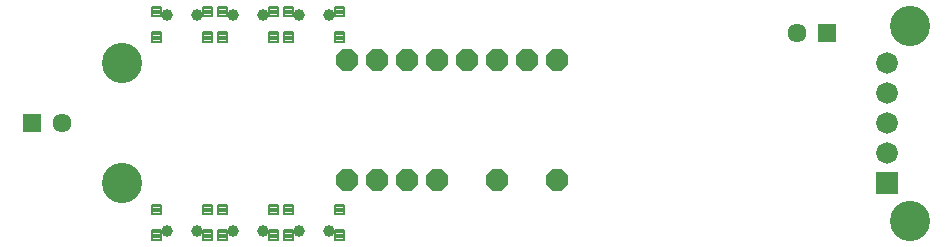
<source format=gbs>
G75*
G70*
%OFA0B0*%
%FSLAX24Y24*%
%IPPOS*%
%LPD*%
%AMOC8*
5,1,8,0,0,1.08239X$1,22.5*
%
%ADD10C,0.1340*%
%ADD11R,0.0635X0.0635*%
%ADD12C,0.0635*%
%ADD13R,0.0720X0.0720*%
%ADD14C,0.0720*%
%ADD15OC8,0.0714*%
%ADD16C,0.0083*%
%ADD17C,0.0395*%
D10*
X004161Y002282D03*
X004161Y006282D03*
X030411Y007532D03*
X030411Y001032D03*
D11*
X027661Y007282D03*
X001161Y004282D03*
D12*
X002161Y004282D03*
X026661Y007282D03*
D13*
X029661Y002282D03*
D14*
X029661Y003282D03*
X029661Y004282D03*
X029661Y005282D03*
X029661Y006282D03*
D15*
X018661Y006382D03*
X017661Y006382D03*
X016661Y006382D03*
X015661Y006382D03*
X014661Y006382D03*
X013661Y006382D03*
X012661Y006382D03*
X011661Y006382D03*
X011661Y002382D03*
X012661Y002382D03*
X013661Y002382D03*
X014661Y002382D03*
X016661Y002382D03*
X018661Y002382D03*
D16*
X005469Y000705D02*
X005157Y000705D01*
X005469Y000705D02*
X005469Y000393D01*
X005157Y000393D01*
X005157Y000705D01*
X005157Y000475D02*
X005469Y000475D01*
X005469Y000557D02*
X005157Y000557D01*
X005157Y000639D02*
X005469Y000639D01*
X006853Y000705D02*
X007165Y000705D01*
X007165Y000393D01*
X006853Y000393D01*
X006853Y000705D01*
X006853Y000475D02*
X007165Y000475D01*
X007165Y000557D02*
X006853Y000557D01*
X006853Y000639D02*
X007165Y000639D01*
X007357Y000705D02*
X007669Y000705D01*
X007669Y000393D01*
X007357Y000393D01*
X007357Y000705D01*
X007357Y000475D02*
X007669Y000475D01*
X007669Y000557D02*
X007357Y000557D01*
X007357Y000639D02*
X007669Y000639D01*
X009053Y000705D02*
X009365Y000705D01*
X009365Y000393D01*
X009053Y000393D01*
X009053Y000705D01*
X009053Y000475D02*
X009365Y000475D01*
X009365Y000557D02*
X009053Y000557D01*
X009053Y000639D02*
X009365Y000639D01*
X009557Y000705D02*
X009869Y000705D01*
X009869Y000393D01*
X009557Y000393D01*
X009557Y000705D01*
X009557Y000475D02*
X009869Y000475D01*
X009869Y000557D02*
X009557Y000557D01*
X009557Y000639D02*
X009869Y000639D01*
X011253Y000705D02*
X011565Y000705D01*
X011565Y000393D01*
X011253Y000393D01*
X011253Y000705D01*
X011253Y000475D02*
X011565Y000475D01*
X011565Y000557D02*
X011253Y000557D01*
X011253Y000639D02*
X011565Y000639D01*
X011565Y001571D02*
X011253Y001571D01*
X011565Y001571D02*
X011565Y001259D01*
X011253Y001259D01*
X011253Y001571D01*
X011253Y001341D02*
X011565Y001341D01*
X011565Y001423D02*
X011253Y001423D01*
X011253Y001505D02*
X011565Y001505D01*
X009869Y001571D02*
X009557Y001571D01*
X009869Y001571D02*
X009869Y001259D01*
X009557Y001259D01*
X009557Y001571D01*
X009557Y001341D02*
X009869Y001341D01*
X009869Y001423D02*
X009557Y001423D01*
X009557Y001505D02*
X009869Y001505D01*
X009365Y001571D02*
X009053Y001571D01*
X009365Y001571D02*
X009365Y001259D01*
X009053Y001259D01*
X009053Y001571D01*
X009053Y001341D02*
X009365Y001341D01*
X009365Y001423D02*
X009053Y001423D01*
X009053Y001505D02*
X009365Y001505D01*
X007669Y001571D02*
X007357Y001571D01*
X007669Y001571D02*
X007669Y001259D01*
X007357Y001259D01*
X007357Y001571D01*
X007357Y001341D02*
X007669Y001341D01*
X007669Y001423D02*
X007357Y001423D01*
X007357Y001505D02*
X007669Y001505D01*
X007165Y001571D02*
X006853Y001571D01*
X007165Y001571D02*
X007165Y001259D01*
X006853Y001259D01*
X006853Y001571D01*
X006853Y001341D02*
X007165Y001341D01*
X007165Y001423D02*
X006853Y001423D01*
X006853Y001505D02*
X007165Y001505D01*
X005469Y001571D02*
X005157Y001571D01*
X005469Y001571D02*
X005469Y001259D01*
X005157Y001259D01*
X005157Y001571D01*
X005157Y001341D02*
X005469Y001341D01*
X005469Y001423D02*
X005157Y001423D01*
X005157Y001505D02*
X005469Y001505D01*
X005469Y006993D02*
X005157Y006993D01*
X005157Y007305D01*
X005469Y007305D01*
X005469Y006993D01*
X005469Y007075D02*
X005157Y007075D01*
X005157Y007157D02*
X005469Y007157D01*
X005469Y007239D02*
X005157Y007239D01*
X006853Y006993D02*
X007165Y006993D01*
X006853Y006993D02*
X006853Y007305D01*
X007165Y007305D01*
X007165Y006993D01*
X007165Y007075D02*
X006853Y007075D01*
X006853Y007157D02*
X007165Y007157D01*
X007165Y007239D02*
X006853Y007239D01*
X007357Y006993D02*
X007669Y006993D01*
X007357Y006993D02*
X007357Y007305D01*
X007669Y007305D01*
X007669Y006993D01*
X007669Y007075D02*
X007357Y007075D01*
X007357Y007157D02*
X007669Y007157D01*
X007669Y007239D02*
X007357Y007239D01*
X009053Y006993D02*
X009365Y006993D01*
X009053Y006993D02*
X009053Y007305D01*
X009365Y007305D01*
X009365Y006993D01*
X009365Y007075D02*
X009053Y007075D01*
X009053Y007157D02*
X009365Y007157D01*
X009365Y007239D02*
X009053Y007239D01*
X009557Y006993D02*
X009869Y006993D01*
X009557Y006993D02*
X009557Y007305D01*
X009869Y007305D01*
X009869Y006993D01*
X009869Y007075D02*
X009557Y007075D01*
X009557Y007157D02*
X009869Y007157D01*
X009869Y007239D02*
X009557Y007239D01*
X011253Y006993D02*
X011565Y006993D01*
X011253Y006993D02*
X011253Y007305D01*
X011565Y007305D01*
X011565Y006993D01*
X011565Y007075D02*
X011253Y007075D01*
X011253Y007157D02*
X011565Y007157D01*
X011565Y007239D02*
X011253Y007239D01*
X011253Y007859D02*
X011565Y007859D01*
X011253Y007859D02*
X011253Y008171D01*
X011565Y008171D01*
X011565Y007859D01*
X011565Y007941D02*
X011253Y007941D01*
X011253Y008023D02*
X011565Y008023D01*
X011565Y008105D02*
X011253Y008105D01*
X009869Y007859D02*
X009557Y007859D01*
X009557Y008171D01*
X009869Y008171D01*
X009869Y007859D01*
X009869Y007941D02*
X009557Y007941D01*
X009557Y008023D02*
X009869Y008023D01*
X009869Y008105D02*
X009557Y008105D01*
X009365Y007859D02*
X009053Y007859D01*
X009053Y008171D01*
X009365Y008171D01*
X009365Y007859D01*
X009365Y007941D02*
X009053Y007941D01*
X009053Y008023D02*
X009365Y008023D01*
X009365Y008105D02*
X009053Y008105D01*
X007669Y007859D02*
X007357Y007859D01*
X007357Y008171D01*
X007669Y008171D01*
X007669Y007859D01*
X007669Y007941D02*
X007357Y007941D01*
X007357Y008023D02*
X007669Y008023D01*
X007669Y008105D02*
X007357Y008105D01*
X007165Y007859D02*
X006853Y007859D01*
X006853Y008171D01*
X007165Y008171D01*
X007165Y007859D01*
X007165Y007941D02*
X006853Y007941D01*
X006853Y008023D02*
X007165Y008023D01*
X007165Y008105D02*
X006853Y008105D01*
X005469Y007859D02*
X005157Y007859D01*
X005157Y008171D01*
X005469Y008171D01*
X005469Y007859D01*
X005469Y007941D02*
X005157Y007941D01*
X005157Y008023D02*
X005469Y008023D01*
X005469Y008105D02*
X005157Y008105D01*
D17*
X005669Y007877D03*
X005669Y007877D03*
X006653Y007877D03*
X006653Y007877D03*
X007869Y007877D03*
X007869Y007877D03*
X008853Y007877D03*
X008853Y007877D03*
X010069Y007877D03*
X010069Y007877D03*
X011053Y007877D03*
X011053Y007877D03*
X011053Y000687D03*
X011053Y000687D03*
X010069Y000687D03*
X010069Y000687D03*
X008853Y000687D03*
X008853Y000687D03*
X007869Y000687D03*
X007869Y000687D03*
X006653Y000687D03*
X006653Y000687D03*
X005669Y000687D03*
X005669Y000687D03*
M02*

</source>
